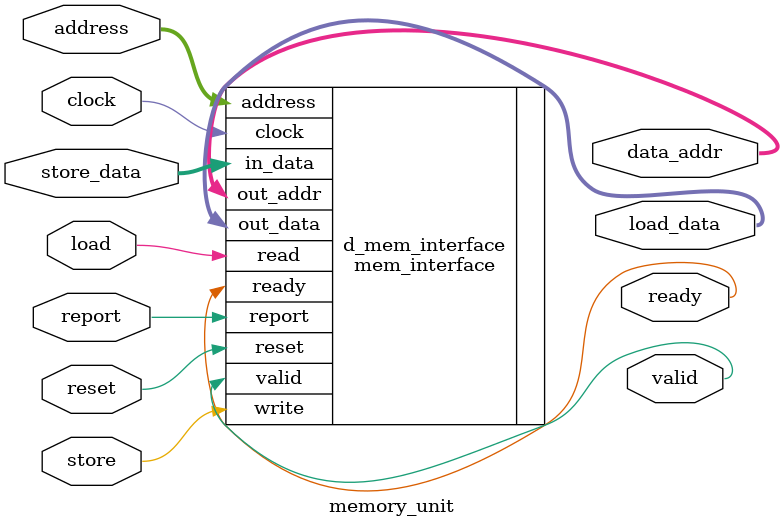
<source format=v>
/** @module : memory
 *  @author : Adaptive & Secure Computing Systems (ASCS) Laboratory
 
 *  Copyright (c) 2018 BRISC-V (ASCS/ECE/BU)
 *  Permission is hereby granted, free of charge, to any person obtaining a copy
 *  of this software and associated documentation files (the "Software"), to deal
 *  in the Software without restriction, including without limitation the rights
 *  to use, copy, modify, merge, publish, distribute, sublicense, and/or sell
 *  copies of the Software, and to permit persons to whom the Software is
 *  furnished to do so, subject to the following conditions:
 *  The above copyright notice and this permission notice shall be included in
 *  all copies or substantial portions of the Software.

 *  THE SOFTWARE IS PROVIDED "AS IS", WITHOUT WARRANTY OF ANY KIND, EXPRESS OR
 *  IMPLIED, INCLUDING BUT NOT LIMITED TO THE WARRANTIES OF MERCHANTABILITY,
 *  FITNESS FOR A PARTICULAR PURPOSE AND NONINFRINGEMENT. IN NO EVENT SHALL THE
 *  AUTHORS OR COPYRIGHT HOLDERS BE LIABLE FOR ANY CLAIM, DAMAGES OR OTHER
 *  LIABILITY, WHETHER IN AN ACTION OF CONTRACT, TORT OR OTHERWISE, ARISING FROM,
 *  OUT OF OR IN CONNECTION WITH THE SOFTWARE OR THE USE OR OTHER DEALINGS IN
 *  THE SOFTWARE.
 */
 
module memory_unit #(parameter CORE = 0, DATA_WIDTH = 32, INDEX_BITS = 6, 
                     OFFSET_BITS = 3, ADDRESS_BITS = 20)(
        clock, reset, 
        load, store,
        address, 
        store_data,
        data_addr, 
        load_data,
		valid, 
		ready, 
        report
); 

input clock, reset; 
input load, store;
input [ADDRESS_BITS-1:0] address;
input [DATA_WIDTH-1:0]   store_data;
input report;

output [ADDRESS_BITS-1:0] data_addr;
output [DATA_WIDTH-1:0]   load_data;
output valid; 
output ready;  

mem_interface #(CORE, DATA_WIDTH, INDEX_BITS, OFFSET_BITS, ADDRESS_BITS)  
					d_mem_interface (
                     .clock(clock), 
                     .reset(reset),
				     .read(load), 
				     .write(store), 
				     .address(address), 
				     .in_data(store_data), 
					 .out_addr(data_addr),
				     .out_data(load_data), 
				     .valid(valid), 
				     .ready(ready),
                     .report(report)
);

reg [31: 0] cycles; 
always @ (posedge clock) begin 
    cycles <= reset? 0 : cycles + 1; 
    if (report)begin
        $display ("------ Core %d Memory Unit - Current Cycle %d -------", CORE, cycles); 
        $display ("| Address     [%h]", address);
        $display ("| Load        [%b]", load); 
        $display ("| Data Address[%h]", data_addr);
        $display ("| Load Data   [%h]", load_data);
		$display ("| Store       [%b]", store); 
        $display ("| Store Data  [%h]", store_data);
        $display ("| Ready       [%b]", ready);
        $display ("| Valid       [%b]", valid);
	    $display ("----------------------------------------------------------------------");
    end
end

endmodule
</source>
